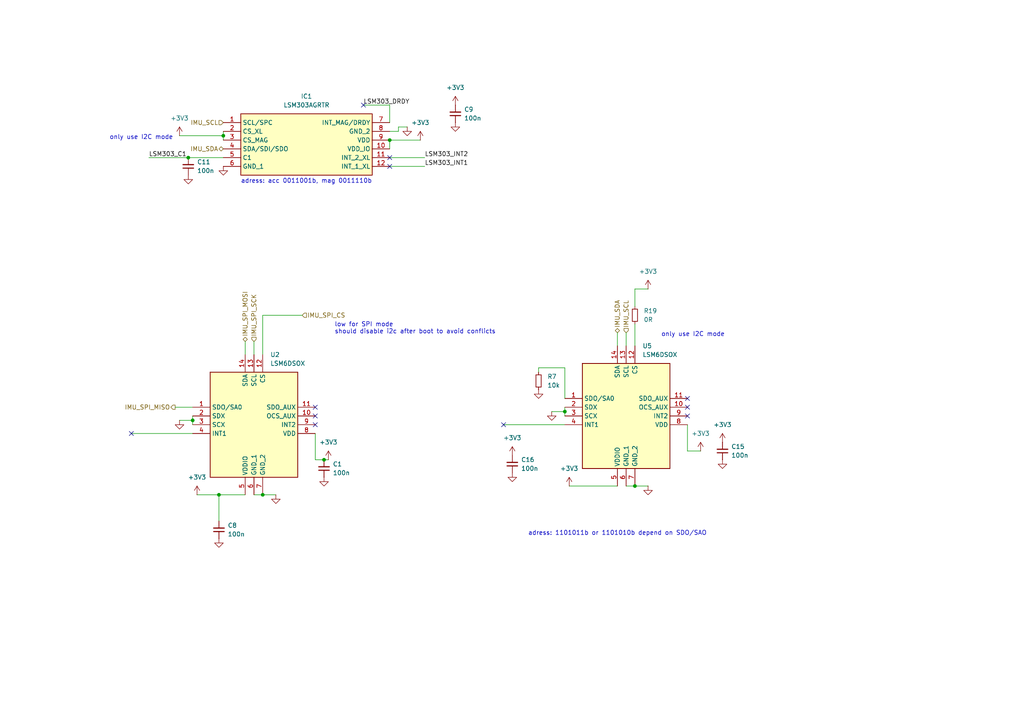
<source format=kicad_sch>
(kicad_sch (version 20231120) (generator "eeschema") (generator_version "8.0")
  (paper "A4")
  (title_block (title "RPI_diyhat1") (date "2025-07-10") (rev "1.2") (company "NTURacing") (comment 1 "Jack Kuo"))
  (lib_symbols
    (symbol "Device:C_Small" (pin_numbers hide) (pin_names (offset 0.254) hide)
      (property "Reference" "C" (at 0.254 1.778 0))
      (property "Value" "C_Small" (at 0.254 -2.032 0))
      (symbol "C_Small_0_1"
        (polyline (pts (xy -1.524 -0.508) (xy 1.524 -0.508)) (stroke (width 0.3302)))
        (polyline (pts (xy -1.524 0.508) (xy 1.524 0.508)) (stroke (width 0.3048)))
      )
      (symbol "C_Small_1_1"
        (pin passive line (at 0 2.54 270) (length 2.032) (name "~") (number "1"))
        (pin passive line (at 0 -2.54 90) (length 2.032) (name "~") (number "2"))
      )
    )
    (symbol "Device:R_Small" (pin_numbers hide) (pin_names (offset 0.254) hide)
      (property "Reference" "R" (at 0.762 0.508 0))
      (property "Value" "R_Small" (at 0.762 -1.016 0))
      (symbol "R_Small_0_1"
        (rectangle (start -0.762 1.778) (end 0.762 -1.778) (stroke (width 0.2032)))
      )
      (symbol "R_Small_1_1"
        (pin passive line (at 0 2.54 270) (length 0.762) (name "~") (number "1"))
        (pin passive line (at 0 -2.54 90) (length 0.762) (name "~") (number "2"))
      )
    )
    (symbol "SamacSys_Parts:LSM303AGRTR"
      (property "Reference" "IC" (at 44.45 7.62 0))
      (property "Value" "LSM303AGRTR" (at 44.45 5.08 0))
      (symbol "LSM303AGRTR_1_1"
        (rectangle (start 5.08 2.54) (end 43.18 -15.24) (stroke (width 0.254)) (fill (type background)))
        (pin passive line (at 0 0 0) (length 5.08) (name "SCL/SPC") (number "1"))
        (pin passive line (at 48.26 -7.62 180) (length 5.08) (name "VDD_IO") (number "10"))
        (pin passive line (at 48.26 -10.16 180) (length 5.08) (name "INT_2_XL") (number "11"))
        (pin passive line (at 48.26 -12.7 180) (length 5.08) (name "INT_1_XL") (number "12"))
        (pin passive line (at 0 -2.54 0) (length 5.08) (name "CS_XL") (number "2"))
        (pin passive line (at 0 -5.08 0) (length 5.08) (name "CS_MAG") (number "3"))
        (pin passive line (at 0 -7.62 0) (length 5.08) (name "SDA/SDI/SDO") (number "4"))
        (pin passive line (at 0 -10.16 0) (length 5.08) (name "C1") (number "5"))
        (pin passive line (at 0 -12.7 0) (length 5.08) (name "GND_1") (number "6"))
        (pin passive line (at 48.26 0 180) (length 5.08) (name "INT_MAG/DRDY") (number "7"))
        (pin passive line (at 48.26 -2.54 180) (length 5.08) (name "GND_2") (number "8"))
        (pin passive line (at 48.26 -5.08 180) (length 5.08) (name "VDD") (number "9"))
      )
    )
    (symbol "SamacSys_Parts:LSM6DSOXTR"
      (property "Reference" "AC" (at 31.75 15.24 0))
      (property "Value" "LSM6DSOXTR" (at 31.75 12.7 0))
      (symbol "LSM6DSOXTR_1_1"
        (rectangle (start 5.08 10.16) (end 30.48 -20.32) (stroke (width 0.254)) (fill (type background)))
        (pin passive line (at 0 0 0) (length 5.08) (name "SDO/SA0") (number "1"))
        (pin passive line (at 35.56 -2.54 180) (length 5.08) (name "OCS_AUX") (number "10"))
        (pin passive line (at 35.56 0 180) (length 5.08) (name "SDO_AUX") (number "11"))
        (pin passive line (at 20.32 15.24 270) (length 5.08) (name "CS") (number "12"))
        (pin passive line (at 17.78 15.24 270) (length 5.08) (name "SCL") (number "13"))
        (pin passive line (at 15.24 15.24 270) (length 5.08) (name "SDA") (number "14"))
        (pin passive line (at 0 -2.54 0) (length 5.08) (name "SDX") (number "2"))
        (pin passive line (at 0 -5.08 0) (length 5.08) (name "SCX") (number "3"))
        (pin passive line (at 0 -7.62 0) (length 5.08) (name "INT1") (number "4"))
        (pin passive line (at 15.24 -25.4 90) (length 5.08) (name "VDDIO") (number "5"))
        (pin passive line (at 17.78 -25.4 90) (length 5.08) (name "GND_1") (number "6"))
        (pin passive line (at 20.32 -25.4 90) (length 5.08) (name "GND_2") (number "7"))
        (pin passive line (at 35.56 -7.62 180) (length 5.08) (name "VDD") (number "8"))
        (pin passive line (at 35.56 -5.08 180) (length 5.08) (name "INT2") (number "9"))
      )
    )
    (symbol "power:+3V3" (power) (pin_numbers hide) (pin_names (offset 0) hide)
      (property "Value" "+3V3" (at 0 3.556 0))
      (symbol "+3V3_0_1"
        (polyline (pts (xy -0.762 1.27) (xy 0 2.54)))
        (polyline (pts (xy 0 0) (xy 0 2.54)))
        (polyline (pts (xy 0 2.54) (xy 0.762 1.27)))
      )
      (symbol "+3V3_1_1"
        (pin power_in line (at 0 0 90) (length 0) (name "~") (number "1"))
      )
    )
    (symbol "power:GND" (power) (pin_numbers hide) (pin_names (offset 0) hide)
      (property "Value" "GND" (at 0 -3.81 0))
      (symbol "GND_0_1"
        (polyline (pts (xy 0 0) (xy 0 -1.27) (xy 1.27 -1.27) (xy 0 -2.54) (xy -1.27 -1.27) (xy 0 -1.27)))
      )
      (symbol "GND_1_1"
        (pin power_in line (at 0 0 270) (length 0) (name "~") (number "1"))
      )
    )
  )
  (junction (at 63.5 143.51))
  (junction (at 55.88 121.92))
  (junction (at 54.61 45.72))
  (junction (at 76.2 143.51))
  (junction (at 184.15 140.97))
  (junction (at 93.98 133.35))
  (junction (at 163.83 119.38))
  (junction (at 64.77 39.37))
  (junction (at 113.03 40.64))
  (no_connect (at 113.03 45.72))
  (no_connect (at 91.44 120.65))
  (no_connect (at 199.39 118.11))
  (no_connect (at 113.03 48.26))
  (no_connect (at 38.1 125.73))
  (no_connect (at 146.05 123.19))
  (no_connect (at 91.44 123.19))
  (no_connect (at 91.44 118.11))
  (no_connect (at 199.39 120.65))
  (no_connect (at 105.41 30.48))
  (no_connect (at 199.39 115.57))
  (wire (pts (xy 187.96 140.97) (xy 184.15 140.97)))
  (wire (pts (xy 146.05 123.19) (xy 163.83 123.19)))
  (wire (pts (xy 63.5 143.51) (xy 71.12 143.51)))
  (wire (pts (xy 52.07 39.37) (xy 64.77 39.37)))
  (wire (pts (xy 163.83 119.38) (xy 163.83 118.11)))
  (wire (pts (xy 76.2 91.44) (xy 87.63 91.44)))
  (wire (pts (xy 76.2 143.51) (xy 73.66 143.51)))
  (wire (pts (xy 57.15 143.51) (xy 63.5 143.51)))
  (wire (pts (xy 187.96 83.82) (xy 184.15 83.82)))
  (wire (pts (xy 55.88 121.92) (xy 55.88 123.19)))
  (wire (pts (xy 64.77 39.37) (xy 64.77 40.64)))
  (wire (pts (xy 38.1 125.73) (xy 55.88 125.73)))
  (wire (pts (xy 91.44 133.35) (xy 91.44 125.73)))
  (wire (pts (xy 160.02 119.38) (xy 163.83 119.38)))
  (wire (pts (xy 93.98 133.35) (xy 91.44 133.35)))
  (wire (pts (xy 63.5 143.51) (xy 63.5 151.13)))
  (wire (pts (xy 165.1 140.97) (xy 179.07 140.97)))
  (wire (pts (xy 199.39 130.81) (xy 199.39 123.19)))
  (wire (pts (xy 64.77 39.37) (xy 64.77 38.1)))
  (wire (pts (xy 73.66 99.06) (xy 73.66 102.87)))
  (wire (pts (xy 76.2 91.44) (xy 76.2 102.87)))
  (wire (pts (xy 113.03 40.64) (xy 113.03 43.18)))
  (wire (pts (xy 163.83 119.38) (xy 163.83 120.65)))
  (wire (pts (xy 113.03 45.72) (xy 123.19 45.72)))
  (wire (pts (xy 156.21 106.68) (xy 163.83 106.68)))
  (wire (pts (xy 80.01 143.51) (xy 76.2 143.51)))
  (wire (pts (xy 50.8 118.11) (xy 55.88 118.11)))
  (wire (pts (xy 181.61 96.52) (xy 181.61 100.33)))
  (wire (pts (xy 113.03 30.48) (xy 113.03 35.56)))
  (wire (pts (xy 115.57 38.1) (xy 113.03 38.1)))
  (wire (pts (xy 184.15 83.82) (xy 184.15 88.9)))
  (wire (pts (xy 179.07 96.52) (xy 179.07 100.33)))
  (wire (pts (xy 203.2 130.81) (xy 199.39 130.81)))
  (wire (pts (xy 105.41 30.48) (xy 113.03 30.48)))
  (wire (pts (xy 163.83 106.68) (xy 163.83 115.57)))
  (wire (pts (xy 71.12 99.06) (xy 71.12 102.87)))
  (wire (pts (xy 118.11 36.83) (xy 115.57 36.83)))
  (wire (pts (xy 95.25 133.35) (xy 93.98 133.35)))
  (wire (pts (xy 184.15 140.97) (xy 181.61 140.97)))
  (wire (pts (xy 115.57 36.83) (xy 115.57 38.1)))
  (wire (pts (xy 121.92 40.64) (xy 113.03 40.64)))
  (wire (pts (xy 43.18 45.72) (xy 54.61 45.72)))
  (wire (pts (xy 54.61 45.72) (xy 64.77 45.72)))
  (wire (pts (xy 113.03 48.26) (xy 123.19 48.26)))
  (wire (pts (xy 55.88 121.92) (xy 55.88 120.65)))
  (wire (pts (xy 156.21 107.95) (xy 156.21 106.68)))
  (wire (pts (xy 184.15 93.98) (xy 184.15 100.33)))
  (wire (pts (xy 52.07 121.92) (xy 55.88 121.92)))
  (text "only use I2C mode" (at 31.75 40.64 0) (effects (font (size 1.27 1.27)) (justify left bottom)))
  (text "only use I2C mode" (at 191.77 97.79 0) (effects (font (size 1.27 1.27)) (justify left bottom)))
  (text "adress: acc 0011001b, mag 0011110b" (at 69.85 53.34 0) (effects (font (size 1.27 1.27)) (justify left bottom)))
  (text "low for SPI mode\nshould disable i2c after boot to avoid conflicts" (at 97.028 93.472 0) (effects (font (size 1.27 1.27)) (justify left top)))
  (text "adress: 1101011b or 1101010b depend on SDO/SAO" (at 153.162 155.448 0) (effects (font (size 1.27 1.27)) (justify left bottom)))
  (label "LSM303_DRDY" (at 105.41 30.48 0))
  (label "LSM303_INT1" (at 123.19 48.26 0))
  (label "LSM303_INT2" (at 123.19 45.72 0))
  (label "LSM303_C1" (at 43.18 45.72 0))
  (hierarchical_label "IMU_SPI_MISO" (shape output) (at 50.8 118.11 180))
  (hierarchical_label "IMU_SCL" (shape input) (at 181.61 96.52 90))
  (hierarchical_label "IMU_SCL" (shape input) (at 64.77 35.56 180))
  (hierarchical_label "IMU_SDA" (shape bidirectional) (at 179.07 96.52 90))
  (hierarchical_label "IMU_SDA" (shape bidirectional) (at 64.77 43.18 180))
  (hierarchical_label "IMU_SPI_CS" (shape input) (at 87.63 91.44 0))
  (hierarchical_label "IMU_SPI_SCK" (shape input) (at 73.66 99.06 90))
  (hierarchical_label "IMU_SPI_MOSI" (shape bidirectional) (at 71.12 99.06 90))
  (symbol (lib_id "power:GND") (at 118.11 36.83 0) (unit 1)
    (property "Reference" "#PWR028" (effects (hide yes)))
    (property "Value" "GND" (effects (hide yes)))
    (property "Description" "Power symbol creates a global label with name \"GND\" , ground" (effects (hide yes)))
  )
  (symbol (lib_id "Device:C_Small") (at 63.5 153.67 180) (unit 1)
    (property "Reference" "C8" (at 66.04 152.3935 0) (effects (justify right)))
    (property "Value" "100n" (at 66.04 154.9335 0) (effects (justify right)))
    (property "Footprint" "Capacitor_SMD:C_0402_1005Metric" (effects (hide yes)))
    (property "Description" "Unpolarized capacitor, small symbol" (effects (hide yes)))
  )
  (symbol (lib_id "power:GND") (at 52.07 121.92 0) (unit 1)
    (property "Reference" "#PWR047" (effects (hide yes)))
    (property "Value" "GND" (effects (hide yes)))
    (property "Description" "Power symbol creates a global label with name \"GND\" , ground" (effects (hide yes)))
  )
  (symbol (lib_id "power:+3V3") (at 148.59 132.08 0) (unit 1)
    (property "Reference" "#PWR052" (effects (hide yes)))
    (property "Value" "+3V3" (at 148.59 127 0))
    (property "Description" "Power symbol creates a global label with name \"+3V3\"" (effects (hide yes)))
  )
  (symbol (lib_id "Device:C_Small") (at 132.08 33.02 180) (unit 1)
    (property "Reference" "C9" (at 134.62 31.7435 0) (effects (justify right)))
    (property "Value" "100n" (at 134.62 34.2835 0) (effects (justify right)))
    (property "Footprint" "Capacitor_SMD:C_0402_1005Metric" (effects (hide yes)))
    (property "Description" "Unpolarized capacitor, small symbol" (effects (hide yes)))
  )
  (symbol (lib_id "Device:C_Small") (at 54.61 48.26 180) (unit 1)
    (property "Reference" "C11" (at 57.15 46.9835 0) (effects (justify right)))
    (property "Value" "100n" (at 57.15 49.5235 0) (effects (justify right)))
    (property "Footprint" "Capacitor_SMD:C_0402_1005Metric" (effects (hide yes)))
    (property "Description" "Unpolarized capacitor, small symbol" (effects (hide yes)))
  )
  (symbol (lib_id "power:+3V3") (at 209.55 128.27 0) (unit 1)
    (property "Reference" "#PWR050" (effects (hide yes)))
    (property "Value" "+3V3" (at 209.55 123.19 0))
    (property "Description" "Power symbol creates a global label with name \"+3V3\"" (effects (hide yes)))
  )
  (symbol (lib_id "Device:R_Small") (at 156.21 110.49 180) (unit 1)
    (property "Reference" "R7" (at 158.75 109.22 0) (effects (justify right)))
    (property "Value" "10k" (at 158.75 111.76 0) (effects (justify right)))
    (property "Footprint" "Resistor_SMD:R_0402_1005Metric" (effects (hide yes)))
    (property "Description" "Resistor, small symbol" (effects (hide yes)))
  )
  (symbol (lib_id "power:+3V3") (at 52.07 39.37 0) (unit 1)
    (property "Reference" "#PWR029" (effects (hide yes)))
    (property "Value" "+3V3" (at 52.07 34.29 0))
    (property "Description" "Power symbol creates a global label with name \"+3V3\"" (effects (hide yes)))
  )
  (symbol (lib_id "power:GND") (at 63.5 156.21 0) (unit 1)
    (property "Reference" "#PWR079" (effects (hide yes)))
    (property "Value" "GND" (effects (hide yes)))
    (property "Description" "Power symbol creates a global label with name \"GND\" , ground" (effects (hide yes)))
  )
  (symbol (lib_id "Device:C_Small") (at 209.55 130.81 180) (unit 1)
    (property "Reference" "C15" (at 212.09 129.5335 0) (effects (justify right)))
    (property "Value" "100n" (at 212.09 132.0735 0) (effects (justify right)))
    (property "Footprint" "Capacitor_SMD:C_0402_1005Metric" (effects (hide yes)))
    (property "Description" "Unpolarized capacitor, small symbol" (effects (hide yes)))
  )
  (symbol (lib_id "power:GND") (at 64.77 48.26 0) (unit 1)
    (property "Reference" "#PWR031" (effects (hide yes)))
    (property "Value" "GND" (effects (hide yes)))
    (property "Description" "Power symbol creates a global label with name \"GND\" , ground" (effects (hide yes)))
  )
  (symbol (lib_id "power:+3V3") (at 165.1 140.97 0) (unit 1)
    (property "Reference" "#PWR055" (effects (hide yes)))
    (property "Value" "+3V3" (at 165.1 135.89 0))
    (property "Description" "Power symbol creates a global label with name \"+3V3\"" (effects (hide yes)))
  )
  (symbol (lib_id "power:+3V3") (at 187.96 83.82 0) (unit 1)
    (property "Reference" "#PWR033" (effects (hide yes)))
    (property "Value" "+3V3" (at 187.96 78.74 0))
    (property "Description" "Power symbol creates a global label with name \"+3V3\"" (effects (hide yes)))
  )
  (symbol (lib_id "Device:R_Small") (at 184.15 91.44 180) (unit 1)
    (property "Reference" "R19" (at 186.69 90.1699 0) (effects (justify right)))
    (property "Value" "0R" (at 186.69 92.7099 0) (effects (justify right)))
    (property "Footprint" "Resistor_SMD:R_0402_1005Metric" (effects (hide yes)))
    (property "Description" "Resistor, small symbol" (effects (hide yes)))
  )
  (symbol (lib_id "power:+3V3") (at 95.25 133.35 0) (unit 1)
    (property "Reference" "#PWR064" (effects (hide yes)))
    (property "Value" "+3V3" (at 95.25 128.27 0))
    (property "Description" "Power symbol creates a global label with name \"+3V3\"" (effects (hide yes)))
  )
  (symbol (lib_id "SamacSys_Parts:LSM6DSOXTR") (at 163.83 115.57 0) (unit 1)
    (property "Reference" "U5" (at 186.3441 100.33 0) (effects (justify left)))
    (property "Value" "LSM6DSOX" (at 186.3441 102.87 0) (effects (justify left)))
    (property "Footprint" "Package_LGA:LGA-14_3x2.5mm_P0.5mm_LayoutBorder3x4y" (effects (hide yes)))
    (property "Datasheet" "https://www.st.com/resource/en/datasheet/lsm6dsox.pdf" (effects (hide yes)))
    (property "Description" "IMUs - Inertial Measurement Units iNEMO inertial module: always-on 3D accelerometer and 3D gyroscope" (effects (hide yes)))
    (property "Mouser Part Number" "511-LSM6DSOXTR" (effects (hide yes)))
    (property "Mouser Price/Stock" "https://www.mouser.co.uk/ProductDetail/STMicroelectronics/LSM6DSOXTR?qs=l7cgNqFNU1i9dcjzItLpVQ%3D%3D" (effects (hide yes)))
    (property "Manufacturer_Name" "STMicroelectronics" (effects (hide yes)))
    (property "Manufacturer_Part_Number" "LSM6DSOXTR" (effects (hide yes)))
  )
  (symbol (lib_id "Device:C_Small") (at 93.98 135.89 180) (unit 1)
    (property "Reference" "C1" (at 96.52 134.6135 0) (effects (justify right)))
    (property "Value" "100n" (at 96.52 137.1535 0) (effects (justify right)))
    (property "Footprint" "Capacitor_SMD:C_0402_1005Metric" (effects (hide yes)))
    (property "Description" "Unpolarized capacitor, small symbol" (effects (hide yes)))
  )
  (symbol (lib_id "power:+3V3") (at 132.08 30.48 0) (unit 1)
    (property "Reference" "#PWR026" (effects (hide yes)))
    (property "Value" "+3V3" (at 132.08 25.4 0))
    (property "Description" "Power symbol creates a global label with name \"+3V3\"" (effects (hide yes)))
  )
  (symbol (lib_id "power:GND") (at 156.21 113.03 0) (unit 1)
    (property "Reference" "#PWR035" (effects (hide yes)))
    (property "Value" "GND" (effects (hide yes)))
    (property "Description" "Power symbol creates a global label with name \"GND\" , ground" (effects (hide yes)))
  )
  (symbol (lib_id "power:GND") (at 93.98 138.43 0) (unit 1)
    (property "Reference" "#PWR077" (effects (hide yes)))
    (property "Value" "GND" (effects (hide yes)))
    (property "Description" "Power symbol creates a global label with name \"GND\" , ground" (effects (hide yes)))
  )
  (symbol (lib_id "power:+3V3") (at 121.92 40.64 0) (unit 1)
    (property "Reference" "#PWR030" (effects (hide yes)))
    (property "Value" "+3V3" (at 121.92 35.56 0))
    (property "Description" "Power symbol creates a global label with name \"+3V3\"" (effects (hide yes)))
  )
  (symbol (lib_id "SamacSys_Parts:LSM6DSOXTR") (at 55.88 118.11 0) (unit 1)
    (property "Reference" "U2" (at 78.3941 102.87 0) (effects (justify left)))
    (property "Value" "LSM6DSOX" (at 78.3941 105.41 0) (effects (justify left)))
    (property "Footprint" "Package_LGA:LGA-14_3x2.5mm_P0.5mm_LayoutBorder3x4y" (effects (hide yes)))
    (property "Datasheet" "https://www.st.com/resource/en/datasheet/lsm6dsox.pdf" (effects (hide yes)))
    (property "Description" "IMUs - Inertial Measurement Units iNEMO inertial module: always-on 3D accelerometer and 3D gyroscope" (effects (hide yes)))
    (property "Mouser Part Number" "511-LSM6DSOXTR" (effects (hide yes)))
    (property "Mouser Price/Stock" "https://www.mouser.co.uk/ProductDetail/STMicroelectronics/LSM6DSOXTR?qs=l7cgNqFNU1i9dcjzItLpVQ%3D%3D" (effects (hide yes)))
    (property "Manufacturer_Name" "STMicroelectronics" (effects (hide yes)))
    (property "Manufacturer_Part_Number" "LSM6DSOXTR" (effects (hide yes)))
  )
  (symbol (lib_id "power:GND") (at 148.59 137.16 0) (unit 1)
    (property "Reference" "#PWR054" (effects (hide yes)))
    (property "Value" "GND" (effects (hide yes)))
    (property "Description" "Power symbol creates a global label with name \"GND\" , ground" (effects (hide yes)))
  )
  (symbol (lib_id "power:GND") (at 132.08 35.56 0) (unit 1)
    (property "Reference" "#PWR027" (effects (hide yes)))
    (property "Value" "GND" (effects (hide yes)))
    (property "Description" "Power symbol creates a global label with name \"GND\" , ground" (effects (hide yes)))
  )
  (symbol (lib_id "power:+3V3") (at 203.2 130.81 0) (unit 1)
    (property "Reference" "#PWR051" (effects (hide yes)))
    (property "Value" "+3V3" (at 203.2 125.73 0))
    (property "Description" "Power symbol creates a global label with name \"+3V3\"" (effects (hide yes)))
  )
  (symbol (lib_id "power:GND") (at 160.02 119.38 0) (unit 1)
    (property "Reference" "#PWR036" (effects (hide yes)))
    (property "Value" "GND" (effects (hide yes)))
    (property "Description" "Power symbol creates a global label with name \"GND\" , ground" (effects (hide yes)))
  )
  (symbol (lib_id "Device:C_Small") (at 148.59 134.62 180) (unit 1)
    (property "Reference" "C16" (at 151.13 133.3435 0) (effects (justify right)))
    (property "Value" "100n" (at 151.13 135.8835 0) (effects (justify right)))
    (property "Footprint" "Capacitor_SMD:C_0402_1005Metric" (effects (hide yes)))
    (property "Description" "Unpolarized capacitor, small symbol" (effects (hide yes)))
  )
  (symbol (lib_id "power:GND") (at 80.01 143.51 0) (unit 1)
    (property "Reference" "#PWR081" (effects (hide yes)))
    (property "Value" "GND" (effects (hide yes)))
    (property "Description" "Power symbol creates a global label with name \"GND\" , ground" (effects (hide yes)))
  )
  (symbol (lib_id "SamacSys_Parts:LSM303AGRTR") (at 64.77 35.56 0) (unit 1)
    (property "Reference" "IC1" (at 88.9 27.94 0))
    (property "Value" "LSM303AGRTR" (at 88.9 30.48 0))
    (property "Footprint" "Package_LGA:LGA-12_2x2mm_P0.5mm" (effects (hide yes)))
    (property "Datasheet" "http://www.st.com/content/ccc/resource/technical/document/datasheet/74/c4/19/54/62/c5/46/13/DM00177685.pdf/files/DM00177685.pdf/jcr:content/translations/en.DM00177685.pdf" (effects (hide yes)))
    (property "Mouser Part Number" "511-LSM303AGRTR" (effects (hide yes)))
    (property "Mouser Price/Stock" "https://www.mouser.co.uk/ProductDetail/STMicroelectronics/LSM303AGRTR?qs=dTJS0cRn7oj2TlQhcroMCw%3D%3D" (effects (hide yes)))
    (property "Manufacturer_Name" "STMicroelectronics" (effects (hide yes)))
    (property "Manufacturer_Part_Number" "LSM303AGRTR" (effects (hide yes)))
  )
  (symbol (lib_id "power:GND") (at 54.61 50.8 0) (unit 1)
    (property "Reference" "#PWR032" (effects (hide yes)))
    (property "Value" "GND" (effects (hide yes)))
    (property "Description" "Power symbol creates a global label with name \"GND\" , ground" (effects (hide yes)))
  )
  (symbol (lib_id "power:+3V3") (at 57.15 143.51 0) (unit 1)
    (property "Reference" "#PWR080" (effects (hide yes)))
    (property "Value" "+3V3" (at 57.15 138.43 0))
    (property "Description" "Power symbol creates a global label with name \"+3V3\"" (effects (hide yes)))
  )
  (symbol (lib_id "power:GND") (at 209.55 133.35 0) (unit 1)
    (property "Reference" "#PWR053" (effects (hide yes)))
    (property "Value" "GND" (effects (hide yes)))
    (property "Description" "Power symbol creates a global label with name \"GND\" , ground" (effects (hide yes)))
  )
  (symbol (lib_id "power:GND") (at 187.96 140.97 0) (unit 1)
    (property "Reference" "#PWR056" (effects (hide yes)))
    (property "Value" "GND" (effects (hide yes)))
    (property "Description" "Power symbol creates a global label with name \"GND\" , ground" (effects (hide yes)))
  )
)
</source>
